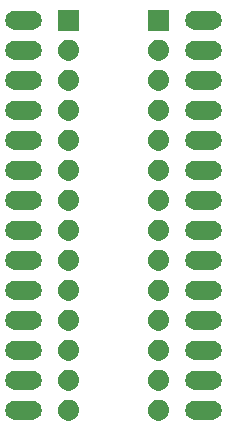
<source format=gbs>
G04 #@! TF.GenerationSoftware,KiCad,Pcbnew,8.0.8*
G04 #@! TF.CreationDate,2025-06-20T13:46:13-04:00*
G04 #@! TF.ProjectId,ZiffAdapter,5a696666-4164-4617-9074-65722e6b6963,rev?*
G04 #@! TF.SameCoordinates,Original*
G04 #@! TF.FileFunction,Soldermask,Bot*
G04 #@! TF.FilePolarity,Negative*
%FSLAX46Y46*%
G04 Gerber Fmt 4.6, Leading zero omitted, Abs format (unit mm)*
G04 Created by KiCad (PCBNEW 8.0.8) date 2025-06-20 13:46:13*
%MOMM*%
%LPD*%
G01*
G04 APERTURE LIST*
G04 APERTURE END LIST*
G36*
X101874407Y-32175462D02*
G01*
X102044000Y-32250969D01*
X102194188Y-32360087D01*
X102318407Y-32498047D01*
X102411228Y-32658818D01*
X102468595Y-32835374D01*
X102488000Y-33020000D01*
X102468595Y-33204626D01*
X102411228Y-33381182D01*
X102318407Y-33541953D01*
X102194188Y-33679913D01*
X102044000Y-33789031D01*
X101874407Y-33864538D01*
X101692821Y-33903135D01*
X101507179Y-33903135D01*
X101325593Y-33864538D01*
X101156000Y-33789031D01*
X101005812Y-33679913D01*
X100881593Y-33541953D01*
X100788772Y-33381182D01*
X100731405Y-33204626D01*
X100712000Y-33020000D01*
X100731405Y-32835374D01*
X100788772Y-32658818D01*
X100881593Y-32498047D01*
X101005812Y-32360087D01*
X101156000Y-32250969D01*
X101325593Y-32175462D01*
X101507179Y-32136865D01*
X101692821Y-32136865D01*
X101874407Y-32175462D01*
G37*
G36*
X109494407Y-32175462D02*
G01*
X109664000Y-32250969D01*
X109814188Y-32360087D01*
X109938407Y-32498047D01*
X110031228Y-32658818D01*
X110088595Y-32835374D01*
X110108000Y-33020000D01*
X110088595Y-33204626D01*
X110031228Y-33381182D01*
X109938407Y-33541953D01*
X109814188Y-33679913D01*
X109664000Y-33789031D01*
X109494407Y-33864538D01*
X109312821Y-33903135D01*
X109127179Y-33903135D01*
X108945593Y-33864538D01*
X108776000Y-33789031D01*
X108625812Y-33679913D01*
X108501593Y-33541953D01*
X108408772Y-33381182D01*
X108351405Y-33204626D01*
X108332000Y-33020000D01*
X108351405Y-32835374D01*
X108408772Y-32658818D01*
X108501593Y-32498047D01*
X108625812Y-32360087D01*
X108776000Y-32250969D01*
X108945593Y-32175462D01*
X109127179Y-32136865D01*
X109312821Y-32136865D01*
X109494407Y-32175462D01*
G37*
G36*
X98617238Y-32235794D02*
G01*
X98768744Y-32265931D01*
X98911461Y-32325046D01*
X99039902Y-32410868D01*
X99149132Y-32520098D01*
X99234954Y-32648539D01*
X99294069Y-32791256D01*
X99324206Y-32942762D01*
X99324206Y-33097238D01*
X99294069Y-33248744D01*
X99234954Y-33391461D01*
X99149132Y-33519902D01*
X99039902Y-33629132D01*
X98911461Y-33714954D01*
X98768744Y-33774069D01*
X98617238Y-33804206D01*
X98540000Y-33808000D01*
X98538768Y-33808000D01*
X97041232Y-33808000D01*
X97040000Y-33808000D01*
X96962762Y-33804206D01*
X96811256Y-33774069D01*
X96668539Y-33714954D01*
X96540098Y-33629132D01*
X96430868Y-33519902D01*
X96345046Y-33391461D01*
X96285931Y-33248744D01*
X96255794Y-33097238D01*
X96255794Y-32942762D01*
X96285931Y-32791256D01*
X96345046Y-32648539D01*
X96430868Y-32520098D01*
X96540098Y-32410868D01*
X96668539Y-32325046D01*
X96811256Y-32265931D01*
X96962762Y-32235794D01*
X97040000Y-32232000D01*
X98540000Y-32232000D01*
X98617238Y-32235794D01*
G37*
G36*
X113857238Y-32235794D02*
G01*
X114008744Y-32265931D01*
X114151461Y-32325046D01*
X114279902Y-32410868D01*
X114389132Y-32520098D01*
X114474954Y-32648539D01*
X114534069Y-32791256D01*
X114564206Y-32942762D01*
X114564206Y-33097238D01*
X114534069Y-33248744D01*
X114474954Y-33391461D01*
X114389132Y-33519902D01*
X114279902Y-33629132D01*
X114151461Y-33714954D01*
X114008744Y-33774069D01*
X113857238Y-33804206D01*
X113780000Y-33808000D01*
X113778768Y-33808000D01*
X112281232Y-33808000D01*
X112280000Y-33808000D01*
X112202762Y-33804206D01*
X112051256Y-33774069D01*
X111908539Y-33714954D01*
X111780098Y-33629132D01*
X111670868Y-33519902D01*
X111585046Y-33391461D01*
X111525931Y-33248744D01*
X111495794Y-33097238D01*
X111495794Y-32942762D01*
X111525931Y-32791256D01*
X111585046Y-32648539D01*
X111670868Y-32520098D01*
X111780098Y-32410868D01*
X111908539Y-32325046D01*
X112051256Y-32265931D01*
X112202762Y-32235794D01*
X112280000Y-32232000D01*
X113780000Y-32232000D01*
X113857238Y-32235794D01*
G37*
G36*
X101874407Y-29635462D02*
G01*
X102044000Y-29710969D01*
X102194188Y-29820087D01*
X102318407Y-29958047D01*
X102411228Y-30118818D01*
X102468595Y-30295374D01*
X102488000Y-30480000D01*
X102468595Y-30664626D01*
X102411228Y-30841182D01*
X102318407Y-31001953D01*
X102194188Y-31139913D01*
X102044000Y-31249031D01*
X101874407Y-31324538D01*
X101692821Y-31363135D01*
X101507179Y-31363135D01*
X101325593Y-31324538D01*
X101156000Y-31249031D01*
X101005812Y-31139913D01*
X100881593Y-31001953D01*
X100788772Y-30841182D01*
X100731405Y-30664626D01*
X100712000Y-30480000D01*
X100731405Y-30295374D01*
X100788772Y-30118818D01*
X100881593Y-29958047D01*
X101005812Y-29820087D01*
X101156000Y-29710969D01*
X101325593Y-29635462D01*
X101507179Y-29596865D01*
X101692821Y-29596865D01*
X101874407Y-29635462D01*
G37*
G36*
X109494407Y-29635462D02*
G01*
X109664000Y-29710969D01*
X109814188Y-29820087D01*
X109938407Y-29958047D01*
X110031228Y-30118818D01*
X110088595Y-30295374D01*
X110108000Y-30480000D01*
X110088595Y-30664626D01*
X110031228Y-30841182D01*
X109938407Y-31001953D01*
X109814188Y-31139913D01*
X109664000Y-31249031D01*
X109494407Y-31324538D01*
X109312821Y-31363135D01*
X109127179Y-31363135D01*
X108945593Y-31324538D01*
X108776000Y-31249031D01*
X108625812Y-31139913D01*
X108501593Y-31001953D01*
X108408772Y-30841182D01*
X108351405Y-30664626D01*
X108332000Y-30480000D01*
X108351405Y-30295374D01*
X108408772Y-30118818D01*
X108501593Y-29958047D01*
X108625812Y-29820087D01*
X108776000Y-29710969D01*
X108945593Y-29635462D01*
X109127179Y-29596865D01*
X109312821Y-29596865D01*
X109494407Y-29635462D01*
G37*
G36*
X98617238Y-29695794D02*
G01*
X98768744Y-29725931D01*
X98911461Y-29785046D01*
X99039902Y-29870868D01*
X99149132Y-29980098D01*
X99234954Y-30108539D01*
X99294069Y-30251256D01*
X99324206Y-30402762D01*
X99324206Y-30557238D01*
X99294069Y-30708744D01*
X99234954Y-30851461D01*
X99149132Y-30979902D01*
X99039902Y-31089132D01*
X98911461Y-31174954D01*
X98768744Y-31234069D01*
X98617238Y-31264206D01*
X98540000Y-31268000D01*
X98538768Y-31268000D01*
X97041232Y-31268000D01*
X97040000Y-31268000D01*
X96962762Y-31264206D01*
X96811256Y-31234069D01*
X96668539Y-31174954D01*
X96540098Y-31089132D01*
X96430868Y-30979902D01*
X96345046Y-30851461D01*
X96285931Y-30708744D01*
X96255794Y-30557238D01*
X96255794Y-30402762D01*
X96285931Y-30251256D01*
X96345046Y-30108539D01*
X96430868Y-29980098D01*
X96540098Y-29870868D01*
X96668539Y-29785046D01*
X96811256Y-29725931D01*
X96962762Y-29695794D01*
X97040000Y-29692000D01*
X98540000Y-29692000D01*
X98617238Y-29695794D01*
G37*
G36*
X113857238Y-29695794D02*
G01*
X114008744Y-29725931D01*
X114151461Y-29785046D01*
X114279902Y-29870868D01*
X114389132Y-29980098D01*
X114474954Y-30108539D01*
X114534069Y-30251256D01*
X114564206Y-30402762D01*
X114564206Y-30557238D01*
X114534069Y-30708744D01*
X114474954Y-30851461D01*
X114389132Y-30979902D01*
X114279902Y-31089132D01*
X114151461Y-31174954D01*
X114008744Y-31234069D01*
X113857238Y-31264206D01*
X113780000Y-31268000D01*
X113778768Y-31268000D01*
X112281232Y-31268000D01*
X112280000Y-31268000D01*
X112202762Y-31264206D01*
X112051256Y-31234069D01*
X111908539Y-31174954D01*
X111780098Y-31089132D01*
X111670868Y-30979902D01*
X111585046Y-30851461D01*
X111525931Y-30708744D01*
X111495794Y-30557238D01*
X111495794Y-30402762D01*
X111525931Y-30251256D01*
X111585046Y-30108539D01*
X111670868Y-29980098D01*
X111780098Y-29870868D01*
X111908539Y-29785046D01*
X112051256Y-29725931D01*
X112202762Y-29695794D01*
X112280000Y-29692000D01*
X113780000Y-29692000D01*
X113857238Y-29695794D01*
G37*
G36*
X101874407Y-27095462D02*
G01*
X102044000Y-27170969D01*
X102194188Y-27280087D01*
X102318407Y-27418047D01*
X102411228Y-27578818D01*
X102468595Y-27755374D01*
X102488000Y-27940000D01*
X102468595Y-28124626D01*
X102411228Y-28301182D01*
X102318407Y-28461953D01*
X102194188Y-28599913D01*
X102044000Y-28709031D01*
X101874407Y-28784538D01*
X101692821Y-28823135D01*
X101507179Y-28823135D01*
X101325593Y-28784538D01*
X101156000Y-28709031D01*
X101005812Y-28599913D01*
X100881593Y-28461953D01*
X100788772Y-28301182D01*
X100731405Y-28124626D01*
X100712000Y-27940000D01*
X100731405Y-27755374D01*
X100788772Y-27578818D01*
X100881593Y-27418047D01*
X101005812Y-27280087D01*
X101156000Y-27170969D01*
X101325593Y-27095462D01*
X101507179Y-27056865D01*
X101692821Y-27056865D01*
X101874407Y-27095462D01*
G37*
G36*
X109494407Y-27095462D02*
G01*
X109664000Y-27170969D01*
X109814188Y-27280087D01*
X109938407Y-27418047D01*
X110031228Y-27578818D01*
X110088595Y-27755374D01*
X110108000Y-27940000D01*
X110088595Y-28124626D01*
X110031228Y-28301182D01*
X109938407Y-28461953D01*
X109814188Y-28599913D01*
X109664000Y-28709031D01*
X109494407Y-28784538D01*
X109312821Y-28823135D01*
X109127179Y-28823135D01*
X108945593Y-28784538D01*
X108776000Y-28709031D01*
X108625812Y-28599913D01*
X108501593Y-28461953D01*
X108408772Y-28301182D01*
X108351405Y-28124626D01*
X108332000Y-27940000D01*
X108351405Y-27755374D01*
X108408772Y-27578818D01*
X108501593Y-27418047D01*
X108625812Y-27280087D01*
X108776000Y-27170969D01*
X108945593Y-27095462D01*
X109127179Y-27056865D01*
X109312821Y-27056865D01*
X109494407Y-27095462D01*
G37*
G36*
X98617238Y-27155794D02*
G01*
X98768744Y-27185931D01*
X98911461Y-27245046D01*
X99039902Y-27330868D01*
X99149132Y-27440098D01*
X99234954Y-27568539D01*
X99294069Y-27711256D01*
X99324206Y-27862762D01*
X99324206Y-28017238D01*
X99294069Y-28168744D01*
X99234954Y-28311461D01*
X99149132Y-28439902D01*
X99039902Y-28549132D01*
X98911461Y-28634954D01*
X98768744Y-28694069D01*
X98617238Y-28724206D01*
X98540000Y-28728000D01*
X98538768Y-28728000D01*
X97041232Y-28728000D01*
X97040000Y-28728000D01*
X96962762Y-28724206D01*
X96811256Y-28694069D01*
X96668539Y-28634954D01*
X96540098Y-28549132D01*
X96430868Y-28439902D01*
X96345046Y-28311461D01*
X96285931Y-28168744D01*
X96255794Y-28017238D01*
X96255794Y-27862762D01*
X96285931Y-27711256D01*
X96345046Y-27568539D01*
X96430868Y-27440098D01*
X96540098Y-27330868D01*
X96668539Y-27245046D01*
X96811256Y-27185931D01*
X96962762Y-27155794D01*
X97040000Y-27152000D01*
X98540000Y-27152000D01*
X98617238Y-27155794D01*
G37*
G36*
X113857238Y-27155794D02*
G01*
X114008744Y-27185931D01*
X114151461Y-27245046D01*
X114279902Y-27330868D01*
X114389132Y-27440098D01*
X114474954Y-27568539D01*
X114534069Y-27711256D01*
X114564206Y-27862762D01*
X114564206Y-28017238D01*
X114534069Y-28168744D01*
X114474954Y-28311461D01*
X114389132Y-28439902D01*
X114279902Y-28549132D01*
X114151461Y-28634954D01*
X114008744Y-28694069D01*
X113857238Y-28724206D01*
X113780000Y-28728000D01*
X113778768Y-28728000D01*
X112281232Y-28728000D01*
X112280000Y-28728000D01*
X112202762Y-28724206D01*
X112051256Y-28694069D01*
X111908539Y-28634954D01*
X111780098Y-28549132D01*
X111670868Y-28439902D01*
X111585046Y-28311461D01*
X111525931Y-28168744D01*
X111495794Y-28017238D01*
X111495794Y-27862762D01*
X111525931Y-27711256D01*
X111585046Y-27568539D01*
X111670868Y-27440098D01*
X111780098Y-27330868D01*
X111908539Y-27245046D01*
X112051256Y-27185931D01*
X112202762Y-27155794D01*
X112280000Y-27152000D01*
X113780000Y-27152000D01*
X113857238Y-27155794D01*
G37*
G36*
X101874407Y-24555462D02*
G01*
X102044000Y-24630969D01*
X102194188Y-24740087D01*
X102318407Y-24878047D01*
X102411228Y-25038818D01*
X102468595Y-25215374D01*
X102488000Y-25400000D01*
X102468595Y-25584626D01*
X102411228Y-25761182D01*
X102318407Y-25921953D01*
X102194188Y-26059913D01*
X102044000Y-26169031D01*
X101874407Y-26244538D01*
X101692821Y-26283135D01*
X101507179Y-26283135D01*
X101325593Y-26244538D01*
X101156000Y-26169031D01*
X101005812Y-26059913D01*
X100881593Y-25921953D01*
X100788772Y-25761182D01*
X100731405Y-25584626D01*
X100712000Y-25400000D01*
X100731405Y-25215374D01*
X100788772Y-25038818D01*
X100881593Y-24878047D01*
X101005812Y-24740087D01*
X101156000Y-24630969D01*
X101325593Y-24555462D01*
X101507179Y-24516865D01*
X101692821Y-24516865D01*
X101874407Y-24555462D01*
G37*
G36*
X109494407Y-24555462D02*
G01*
X109664000Y-24630969D01*
X109814188Y-24740087D01*
X109938407Y-24878047D01*
X110031228Y-25038818D01*
X110088595Y-25215374D01*
X110108000Y-25400000D01*
X110088595Y-25584626D01*
X110031228Y-25761182D01*
X109938407Y-25921953D01*
X109814188Y-26059913D01*
X109664000Y-26169031D01*
X109494407Y-26244538D01*
X109312821Y-26283135D01*
X109127179Y-26283135D01*
X108945593Y-26244538D01*
X108776000Y-26169031D01*
X108625812Y-26059913D01*
X108501593Y-25921953D01*
X108408772Y-25761182D01*
X108351405Y-25584626D01*
X108332000Y-25400000D01*
X108351405Y-25215374D01*
X108408772Y-25038818D01*
X108501593Y-24878047D01*
X108625812Y-24740087D01*
X108776000Y-24630969D01*
X108945593Y-24555462D01*
X109127179Y-24516865D01*
X109312821Y-24516865D01*
X109494407Y-24555462D01*
G37*
G36*
X98617238Y-24615794D02*
G01*
X98768744Y-24645931D01*
X98911461Y-24705046D01*
X99039902Y-24790868D01*
X99149132Y-24900098D01*
X99234954Y-25028539D01*
X99294069Y-25171256D01*
X99324206Y-25322762D01*
X99324206Y-25477238D01*
X99294069Y-25628744D01*
X99234954Y-25771461D01*
X99149132Y-25899902D01*
X99039902Y-26009132D01*
X98911461Y-26094954D01*
X98768744Y-26154069D01*
X98617238Y-26184206D01*
X98540000Y-26188000D01*
X98538768Y-26188000D01*
X97041232Y-26188000D01*
X97040000Y-26188000D01*
X96962762Y-26184206D01*
X96811256Y-26154069D01*
X96668539Y-26094954D01*
X96540098Y-26009132D01*
X96430868Y-25899902D01*
X96345046Y-25771461D01*
X96285931Y-25628744D01*
X96255794Y-25477238D01*
X96255794Y-25322762D01*
X96285931Y-25171256D01*
X96345046Y-25028539D01*
X96430868Y-24900098D01*
X96540098Y-24790868D01*
X96668539Y-24705046D01*
X96811256Y-24645931D01*
X96962762Y-24615794D01*
X97040000Y-24612000D01*
X98540000Y-24612000D01*
X98617238Y-24615794D01*
G37*
G36*
X113857238Y-24615794D02*
G01*
X114008744Y-24645931D01*
X114151461Y-24705046D01*
X114279902Y-24790868D01*
X114389132Y-24900098D01*
X114474954Y-25028539D01*
X114534069Y-25171256D01*
X114564206Y-25322762D01*
X114564206Y-25477238D01*
X114534069Y-25628744D01*
X114474954Y-25771461D01*
X114389132Y-25899902D01*
X114279902Y-26009132D01*
X114151461Y-26094954D01*
X114008744Y-26154069D01*
X113857238Y-26184206D01*
X113780000Y-26188000D01*
X113778768Y-26188000D01*
X112281232Y-26188000D01*
X112280000Y-26188000D01*
X112202762Y-26184206D01*
X112051256Y-26154069D01*
X111908539Y-26094954D01*
X111780098Y-26009132D01*
X111670868Y-25899902D01*
X111585046Y-25771461D01*
X111525931Y-25628744D01*
X111495794Y-25477238D01*
X111495794Y-25322762D01*
X111525931Y-25171256D01*
X111585046Y-25028539D01*
X111670868Y-24900098D01*
X111780098Y-24790868D01*
X111908539Y-24705046D01*
X112051256Y-24645931D01*
X112202762Y-24615794D01*
X112280000Y-24612000D01*
X113780000Y-24612000D01*
X113857238Y-24615794D01*
G37*
G36*
X101874407Y-22015462D02*
G01*
X102044000Y-22090969D01*
X102194188Y-22200087D01*
X102318407Y-22338047D01*
X102411228Y-22498818D01*
X102468595Y-22675374D01*
X102488000Y-22860000D01*
X102468595Y-23044626D01*
X102411228Y-23221182D01*
X102318407Y-23381953D01*
X102194188Y-23519913D01*
X102044000Y-23629031D01*
X101874407Y-23704538D01*
X101692821Y-23743135D01*
X101507179Y-23743135D01*
X101325593Y-23704538D01*
X101156000Y-23629031D01*
X101005812Y-23519913D01*
X100881593Y-23381953D01*
X100788772Y-23221182D01*
X100731405Y-23044626D01*
X100712000Y-22860000D01*
X100731405Y-22675374D01*
X100788772Y-22498818D01*
X100881593Y-22338047D01*
X101005812Y-22200087D01*
X101156000Y-22090969D01*
X101325593Y-22015462D01*
X101507179Y-21976865D01*
X101692821Y-21976865D01*
X101874407Y-22015462D01*
G37*
G36*
X109494407Y-22015462D02*
G01*
X109664000Y-22090969D01*
X109814188Y-22200087D01*
X109938407Y-22338047D01*
X110031228Y-22498818D01*
X110088595Y-22675374D01*
X110108000Y-22860000D01*
X110088595Y-23044626D01*
X110031228Y-23221182D01*
X109938407Y-23381953D01*
X109814188Y-23519913D01*
X109664000Y-23629031D01*
X109494407Y-23704538D01*
X109312821Y-23743135D01*
X109127179Y-23743135D01*
X108945593Y-23704538D01*
X108776000Y-23629031D01*
X108625812Y-23519913D01*
X108501593Y-23381953D01*
X108408772Y-23221182D01*
X108351405Y-23044626D01*
X108332000Y-22860000D01*
X108351405Y-22675374D01*
X108408772Y-22498818D01*
X108501593Y-22338047D01*
X108625812Y-22200087D01*
X108776000Y-22090969D01*
X108945593Y-22015462D01*
X109127179Y-21976865D01*
X109312821Y-21976865D01*
X109494407Y-22015462D01*
G37*
G36*
X98617238Y-22075794D02*
G01*
X98768744Y-22105931D01*
X98911461Y-22165046D01*
X99039902Y-22250868D01*
X99149132Y-22360098D01*
X99234954Y-22488539D01*
X99294069Y-22631256D01*
X99324206Y-22782762D01*
X99324206Y-22937238D01*
X99294069Y-23088744D01*
X99234954Y-23231461D01*
X99149132Y-23359902D01*
X99039902Y-23469132D01*
X98911461Y-23554954D01*
X98768744Y-23614069D01*
X98617238Y-23644206D01*
X98540000Y-23648000D01*
X98538768Y-23648000D01*
X97041232Y-23648000D01*
X97040000Y-23648000D01*
X96962762Y-23644206D01*
X96811256Y-23614069D01*
X96668539Y-23554954D01*
X96540098Y-23469132D01*
X96430868Y-23359902D01*
X96345046Y-23231461D01*
X96285931Y-23088744D01*
X96255794Y-22937238D01*
X96255794Y-22782762D01*
X96285931Y-22631256D01*
X96345046Y-22488539D01*
X96430868Y-22360098D01*
X96540098Y-22250868D01*
X96668539Y-22165046D01*
X96811256Y-22105931D01*
X96962762Y-22075794D01*
X97040000Y-22072000D01*
X98540000Y-22072000D01*
X98617238Y-22075794D01*
G37*
G36*
X113857238Y-22075794D02*
G01*
X114008744Y-22105931D01*
X114151461Y-22165046D01*
X114279902Y-22250868D01*
X114389132Y-22360098D01*
X114474954Y-22488539D01*
X114534069Y-22631256D01*
X114564206Y-22782762D01*
X114564206Y-22937238D01*
X114534069Y-23088744D01*
X114474954Y-23231461D01*
X114389132Y-23359902D01*
X114279902Y-23469132D01*
X114151461Y-23554954D01*
X114008744Y-23614069D01*
X113857238Y-23644206D01*
X113780000Y-23648000D01*
X113778768Y-23648000D01*
X112281232Y-23648000D01*
X112280000Y-23648000D01*
X112202762Y-23644206D01*
X112051256Y-23614069D01*
X111908539Y-23554954D01*
X111780098Y-23469132D01*
X111670868Y-23359902D01*
X111585046Y-23231461D01*
X111525931Y-23088744D01*
X111495794Y-22937238D01*
X111495794Y-22782762D01*
X111525931Y-22631256D01*
X111585046Y-22488539D01*
X111670868Y-22360098D01*
X111780098Y-22250868D01*
X111908539Y-22165046D01*
X112051256Y-22105931D01*
X112202762Y-22075794D01*
X112280000Y-22072000D01*
X113780000Y-22072000D01*
X113857238Y-22075794D01*
G37*
G36*
X101874407Y-19475462D02*
G01*
X102044000Y-19550969D01*
X102194188Y-19660087D01*
X102318407Y-19798047D01*
X102411228Y-19958818D01*
X102468595Y-20135374D01*
X102488000Y-20320000D01*
X102468595Y-20504626D01*
X102411228Y-20681182D01*
X102318407Y-20841953D01*
X102194188Y-20979913D01*
X102044000Y-21089031D01*
X101874407Y-21164538D01*
X101692821Y-21203135D01*
X101507179Y-21203135D01*
X101325593Y-21164538D01*
X101156000Y-21089031D01*
X101005812Y-20979913D01*
X100881593Y-20841953D01*
X100788772Y-20681182D01*
X100731405Y-20504626D01*
X100712000Y-20320000D01*
X100731405Y-20135374D01*
X100788772Y-19958818D01*
X100881593Y-19798047D01*
X101005812Y-19660087D01*
X101156000Y-19550969D01*
X101325593Y-19475462D01*
X101507179Y-19436865D01*
X101692821Y-19436865D01*
X101874407Y-19475462D01*
G37*
G36*
X109494407Y-19475462D02*
G01*
X109664000Y-19550969D01*
X109814188Y-19660087D01*
X109938407Y-19798047D01*
X110031228Y-19958818D01*
X110088595Y-20135374D01*
X110108000Y-20320000D01*
X110088595Y-20504626D01*
X110031228Y-20681182D01*
X109938407Y-20841953D01*
X109814188Y-20979913D01*
X109664000Y-21089031D01*
X109494407Y-21164538D01*
X109312821Y-21203135D01*
X109127179Y-21203135D01*
X108945593Y-21164538D01*
X108776000Y-21089031D01*
X108625812Y-20979913D01*
X108501593Y-20841953D01*
X108408772Y-20681182D01*
X108351405Y-20504626D01*
X108332000Y-20320000D01*
X108351405Y-20135374D01*
X108408772Y-19958818D01*
X108501593Y-19798047D01*
X108625812Y-19660087D01*
X108776000Y-19550969D01*
X108945593Y-19475462D01*
X109127179Y-19436865D01*
X109312821Y-19436865D01*
X109494407Y-19475462D01*
G37*
G36*
X98617238Y-19535794D02*
G01*
X98768744Y-19565931D01*
X98911461Y-19625046D01*
X99039902Y-19710868D01*
X99149132Y-19820098D01*
X99234954Y-19948539D01*
X99294069Y-20091256D01*
X99324206Y-20242762D01*
X99324206Y-20397238D01*
X99294069Y-20548744D01*
X99234954Y-20691461D01*
X99149132Y-20819902D01*
X99039902Y-20929132D01*
X98911461Y-21014954D01*
X98768744Y-21074069D01*
X98617238Y-21104206D01*
X98540000Y-21108000D01*
X98538768Y-21108000D01*
X97041232Y-21108000D01*
X97040000Y-21108000D01*
X96962762Y-21104206D01*
X96811256Y-21074069D01*
X96668539Y-21014954D01*
X96540098Y-20929132D01*
X96430868Y-20819902D01*
X96345046Y-20691461D01*
X96285931Y-20548744D01*
X96255794Y-20397238D01*
X96255794Y-20242762D01*
X96285931Y-20091256D01*
X96345046Y-19948539D01*
X96430868Y-19820098D01*
X96540098Y-19710868D01*
X96668539Y-19625046D01*
X96811256Y-19565931D01*
X96962762Y-19535794D01*
X97040000Y-19532000D01*
X98540000Y-19532000D01*
X98617238Y-19535794D01*
G37*
G36*
X113857238Y-19535794D02*
G01*
X114008744Y-19565931D01*
X114151461Y-19625046D01*
X114279902Y-19710868D01*
X114389132Y-19820098D01*
X114474954Y-19948539D01*
X114534069Y-20091256D01*
X114564206Y-20242762D01*
X114564206Y-20397238D01*
X114534069Y-20548744D01*
X114474954Y-20691461D01*
X114389132Y-20819902D01*
X114279902Y-20929132D01*
X114151461Y-21014954D01*
X114008744Y-21074069D01*
X113857238Y-21104206D01*
X113780000Y-21108000D01*
X113778768Y-21108000D01*
X112281232Y-21108000D01*
X112280000Y-21108000D01*
X112202762Y-21104206D01*
X112051256Y-21074069D01*
X111908539Y-21014954D01*
X111780098Y-20929132D01*
X111670868Y-20819902D01*
X111585046Y-20691461D01*
X111525931Y-20548744D01*
X111495794Y-20397238D01*
X111495794Y-20242762D01*
X111525931Y-20091256D01*
X111585046Y-19948539D01*
X111670868Y-19820098D01*
X111780098Y-19710868D01*
X111908539Y-19625046D01*
X112051256Y-19565931D01*
X112202762Y-19535794D01*
X112280000Y-19532000D01*
X113780000Y-19532000D01*
X113857238Y-19535794D01*
G37*
G36*
X101874407Y-16935462D02*
G01*
X102044000Y-17010969D01*
X102194188Y-17120087D01*
X102318407Y-17258047D01*
X102411228Y-17418818D01*
X102468595Y-17595374D01*
X102488000Y-17780000D01*
X102468595Y-17964626D01*
X102411228Y-18141182D01*
X102318407Y-18301953D01*
X102194188Y-18439913D01*
X102044000Y-18549031D01*
X101874407Y-18624538D01*
X101692821Y-18663135D01*
X101507179Y-18663135D01*
X101325593Y-18624538D01*
X101156000Y-18549031D01*
X101005812Y-18439913D01*
X100881593Y-18301953D01*
X100788772Y-18141182D01*
X100731405Y-17964626D01*
X100712000Y-17780000D01*
X100731405Y-17595374D01*
X100788772Y-17418818D01*
X100881593Y-17258047D01*
X101005812Y-17120087D01*
X101156000Y-17010969D01*
X101325593Y-16935462D01*
X101507179Y-16896865D01*
X101692821Y-16896865D01*
X101874407Y-16935462D01*
G37*
G36*
X109494407Y-16935462D02*
G01*
X109664000Y-17010969D01*
X109814188Y-17120087D01*
X109938407Y-17258047D01*
X110031228Y-17418818D01*
X110088595Y-17595374D01*
X110108000Y-17780000D01*
X110088595Y-17964626D01*
X110031228Y-18141182D01*
X109938407Y-18301953D01*
X109814188Y-18439913D01*
X109664000Y-18549031D01*
X109494407Y-18624538D01*
X109312821Y-18663135D01*
X109127179Y-18663135D01*
X108945593Y-18624538D01*
X108776000Y-18549031D01*
X108625812Y-18439913D01*
X108501593Y-18301953D01*
X108408772Y-18141182D01*
X108351405Y-17964626D01*
X108332000Y-17780000D01*
X108351405Y-17595374D01*
X108408772Y-17418818D01*
X108501593Y-17258047D01*
X108625812Y-17120087D01*
X108776000Y-17010969D01*
X108945593Y-16935462D01*
X109127179Y-16896865D01*
X109312821Y-16896865D01*
X109494407Y-16935462D01*
G37*
G36*
X98617238Y-16995794D02*
G01*
X98768744Y-17025931D01*
X98911461Y-17085046D01*
X99039902Y-17170868D01*
X99149132Y-17280098D01*
X99234954Y-17408539D01*
X99294069Y-17551256D01*
X99324206Y-17702762D01*
X99324206Y-17857238D01*
X99294069Y-18008744D01*
X99234954Y-18151461D01*
X99149132Y-18279902D01*
X99039902Y-18389132D01*
X98911461Y-18474954D01*
X98768744Y-18534069D01*
X98617238Y-18564206D01*
X98540000Y-18568000D01*
X98538768Y-18568000D01*
X97041232Y-18568000D01*
X97040000Y-18568000D01*
X96962762Y-18564206D01*
X96811256Y-18534069D01*
X96668539Y-18474954D01*
X96540098Y-18389132D01*
X96430868Y-18279902D01*
X96345046Y-18151461D01*
X96285931Y-18008744D01*
X96255794Y-17857238D01*
X96255794Y-17702762D01*
X96285931Y-17551256D01*
X96345046Y-17408539D01*
X96430868Y-17280098D01*
X96540098Y-17170868D01*
X96668539Y-17085046D01*
X96811256Y-17025931D01*
X96962762Y-16995794D01*
X97040000Y-16992000D01*
X98540000Y-16992000D01*
X98617238Y-16995794D01*
G37*
G36*
X113857238Y-16995794D02*
G01*
X114008744Y-17025931D01*
X114151461Y-17085046D01*
X114279902Y-17170868D01*
X114389132Y-17280098D01*
X114474954Y-17408539D01*
X114534069Y-17551256D01*
X114564206Y-17702762D01*
X114564206Y-17857238D01*
X114534069Y-18008744D01*
X114474954Y-18151461D01*
X114389132Y-18279902D01*
X114279902Y-18389132D01*
X114151461Y-18474954D01*
X114008744Y-18534069D01*
X113857238Y-18564206D01*
X113780000Y-18568000D01*
X113778768Y-18568000D01*
X112281232Y-18568000D01*
X112280000Y-18568000D01*
X112202762Y-18564206D01*
X112051256Y-18534069D01*
X111908539Y-18474954D01*
X111780098Y-18389132D01*
X111670868Y-18279902D01*
X111585046Y-18151461D01*
X111525931Y-18008744D01*
X111495794Y-17857238D01*
X111495794Y-17702762D01*
X111525931Y-17551256D01*
X111585046Y-17408539D01*
X111670868Y-17280098D01*
X111780098Y-17170868D01*
X111908539Y-17085046D01*
X112051256Y-17025931D01*
X112202762Y-16995794D01*
X112280000Y-16992000D01*
X113780000Y-16992000D01*
X113857238Y-16995794D01*
G37*
G36*
X101874407Y-14395462D02*
G01*
X102044000Y-14470969D01*
X102194188Y-14580087D01*
X102318407Y-14718047D01*
X102411228Y-14878818D01*
X102468595Y-15055374D01*
X102488000Y-15240000D01*
X102468595Y-15424626D01*
X102411228Y-15601182D01*
X102318407Y-15761953D01*
X102194188Y-15899913D01*
X102044000Y-16009031D01*
X101874407Y-16084538D01*
X101692821Y-16123135D01*
X101507179Y-16123135D01*
X101325593Y-16084538D01*
X101156000Y-16009031D01*
X101005812Y-15899913D01*
X100881593Y-15761953D01*
X100788772Y-15601182D01*
X100731405Y-15424626D01*
X100712000Y-15240000D01*
X100731405Y-15055374D01*
X100788772Y-14878818D01*
X100881593Y-14718047D01*
X101005812Y-14580087D01*
X101156000Y-14470969D01*
X101325593Y-14395462D01*
X101507179Y-14356865D01*
X101692821Y-14356865D01*
X101874407Y-14395462D01*
G37*
G36*
X109494407Y-14395462D02*
G01*
X109664000Y-14470969D01*
X109814188Y-14580087D01*
X109938407Y-14718047D01*
X110031228Y-14878818D01*
X110088595Y-15055374D01*
X110108000Y-15240000D01*
X110088595Y-15424626D01*
X110031228Y-15601182D01*
X109938407Y-15761953D01*
X109814188Y-15899913D01*
X109664000Y-16009031D01*
X109494407Y-16084538D01*
X109312821Y-16123135D01*
X109127179Y-16123135D01*
X108945593Y-16084538D01*
X108776000Y-16009031D01*
X108625812Y-15899913D01*
X108501593Y-15761953D01*
X108408772Y-15601182D01*
X108351405Y-15424626D01*
X108332000Y-15240000D01*
X108351405Y-15055374D01*
X108408772Y-14878818D01*
X108501593Y-14718047D01*
X108625812Y-14580087D01*
X108776000Y-14470969D01*
X108945593Y-14395462D01*
X109127179Y-14356865D01*
X109312821Y-14356865D01*
X109494407Y-14395462D01*
G37*
G36*
X98617238Y-14455794D02*
G01*
X98768744Y-14485931D01*
X98911461Y-14545046D01*
X99039902Y-14630868D01*
X99149132Y-14740098D01*
X99234954Y-14868539D01*
X99294069Y-15011256D01*
X99324206Y-15162762D01*
X99324206Y-15317238D01*
X99294069Y-15468744D01*
X99234954Y-15611461D01*
X99149132Y-15739902D01*
X99039902Y-15849132D01*
X98911461Y-15934954D01*
X98768744Y-15994069D01*
X98617238Y-16024206D01*
X98540000Y-16028000D01*
X98538768Y-16028000D01*
X97041232Y-16028000D01*
X97040000Y-16028000D01*
X96962762Y-16024206D01*
X96811256Y-15994069D01*
X96668539Y-15934954D01*
X96540098Y-15849132D01*
X96430868Y-15739902D01*
X96345046Y-15611461D01*
X96285931Y-15468744D01*
X96255794Y-15317238D01*
X96255794Y-15162762D01*
X96285931Y-15011256D01*
X96345046Y-14868539D01*
X96430868Y-14740098D01*
X96540098Y-14630868D01*
X96668539Y-14545046D01*
X96811256Y-14485931D01*
X96962762Y-14455794D01*
X97040000Y-14452000D01*
X98540000Y-14452000D01*
X98617238Y-14455794D01*
G37*
G36*
X113857238Y-14455794D02*
G01*
X114008744Y-14485931D01*
X114151461Y-14545046D01*
X114279902Y-14630868D01*
X114389132Y-14740098D01*
X114474954Y-14868539D01*
X114534069Y-15011256D01*
X114564206Y-15162762D01*
X114564206Y-15317238D01*
X114534069Y-15468744D01*
X114474954Y-15611461D01*
X114389132Y-15739902D01*
X114279902Y-15849132D01*
X114151461Y-15934954D01*
X114008744Y-15994069D01*
X113857238Y-16024206D01*
X113780000Y-16028000D01*
X113778768Y-16028000D01*
X112281232Y-16028000D01*
X112280000Y-16028000D01*
X112202762Y-16024206D01*
X112051256Y-15994069D01*
X111908539Y-15934954D01*
X111780098Y-15849132D01*
X111670868Y-15739902D01*
X111585046Y-15611461D01*
X111525931Y-15468744D01*
X111495794Y-15317238D01*
X111495794Y-15162762D01*
X111525931Y-15011256D01*
X111585046Y-14868539D01*
X111670868Y-14740098D01*
X111780098Y-14630868D01*
X111908539Y-14545046D01*
X112051256Y-14485931D01*
X112202762Y-14455794D01*
X112280000Y-14452000D01*
X113780000Y-14452000D01*
X113857238Y-14455794D01*
G37*
G36*
X101874407Y-11855462D02*
G01*
X102044000Y-11930969D01*
X102194188Y-12040087D01*
X102318407Y-12178047D01*
X102411228Y-12338818D01*
X102468595Y-12515374D01*
X102488000Y-12700000D01*
X102468595Y-12884626D01*
X102411228Y-13061182D01*
X102318407Y-13221953D01*
X102194188Y-13359913D01*
X102044000Y-13469031D01*
X101874407Y-13544538D01*
X101692821Y-13583135D01*
X101507179Y-13583135D01*
X101325593Y-13544538D01*
X101156000Y-13469031D01*
X101005812Y-13359913D01*
X100881593Y-13221953D01*
X100788772Y-13061182D01*
X100731405Y-12884626D01*
X100712000Y-12700000D01*
X100731405Y-12515374D01*
X100788772Y-12338818D01*
X100881593Y-12178047D01*
X101005812Y-12040087D01*
X101156000Y-11930969D01*
X101325593Y-11855462D01*
X101507179Y-11816865D01*
X101692821Y-11816865D01*
X101874407Y-11855462D01*
G37*
G36*
X109494407Y-11855462D02*
G01*
X109664000Y-11930969D01*
X109814188Y-12040087D01*
X109938407Y-12178047D01*
X110031228Y-12338818D01*
X110088595Y-12515374D01*
X110108000Y-12700000D01*
X110088595Y-12884626D01*
X110031228Y-13061182D01*
X109938407Y-13221953D01*
X109814188Y-13359913D01*
X109664000Y-13469031D01*
X109494407Y-13544538D01*
X109312821Y-13583135D01*
X109127179Y-13583135D01*
X108945593Y-13544538D01*
X108776000Y-13469031D01*
X108625812Y-13359913D01*
X108501593Y-13221953D01*
X108408772Y-13061182D01*
X108351405Y-12884626D01*
X108332000Y-12700000D01*
X108351405Y-12515374D01*
X108408772Y-12338818D01*
X108501593Y-12178047D01*
X108625812Y-12040087D01*
X108776000Y-11930969D01*
X108945593Y-11855462D01*
X109127179Y-11816865D01*
X109312821Y-11816865D01*
X109494407Y-11855462D01*
G37*
G36*
X98617238Y-11915794D02*
G01*
X98768744Y-11945931D01*
X98911461Y-12005046D01*
X99039902Y-12090868D01*
X99149132Y-12200098D01*
X99234954Y-12328539D01*
X99294069Y-12471256D01*
X99324206Y-12622762D01*
X99324206Y-12777238D01*
X99294069Y-12928744D01*
X99234954Y-13071461D01*
X99149132Y-13199902D01*
X99039902Y-13309132D01*
X98911461Y-13394954D01*
X98768744Y-13454069D01*
X98617238Y-13484206D01*
X98540000Y-13488000D01*
X98538768Y-13488000D01*
X97041232Y-13488000D01*
X97040000Y-13488000D01*
X96962762Y-13484206D01*
X96811256Y-13454069D01*
X96668539Y-13394954D01*
X96540098Y-13309132D01*
X96430868Y-13199902D01*
X96345046Y-13071461D01*
X96285931Y-12928744D01*
X96255794Y-12777238D01*
X96255794Y-12622762D01*
X96285931Y-12471256D01*
X96345046Y-12328539D01*
X96430868Y-12200098D01*
X96540098Y-12090868D01*
X96668539Y-12005046D01*
X96811256Y-11945931D01*
X96962762Y-11915794D01*
X97040000Y-11912000D01*
X98540000Y-11912000D01*
X98617238Y-11915794D01*
G37*
G36*
X113857238Y-11915794D02*
G01*
X114008744Y-11945931D01*
X114151461Y-12005046D01*
X114279902Y-12090868D01*
X114389132Y-12200098D01*
X114474954Y-12328539D01*
X114534069Y-12471256D01*
X114564206Y-12622762D01*
X114564206Y-12777238D01*
X114534069Y-12928744D01*
X114474954Y-13071461D01*
X114389132Y-13199902D01*
X114279902Y-13309132D01*
X114151461Y-13394954D01*
X114008744Y-13454069D01*
X113857238Y-13484206D01*
X113780000Y-13488000D01*
X113778768Y-13488000D01*
X112281232Y-13488000D01*
X112280000Y-13488000D01*
X112202762Y-13484206D01*
X112051256Y-13454069D01*
X111908539Y-13394954D01*
X111780098Y-13309132D01*
X111670868Y-13199902D01*
X111585046Y-13071461D01*
X111525931Y-12928744D01*
X111495794Y-12777238D01*
X111495794Y-12622762D01*
X111525931Y-12471256D01*
X111585046Y-12328539D01*
X111670868Y-12200098D01*
X111780098Y-12090868D01*
X111908539Y-12005046D01*
X112051256Y-11945931D01*
X112202762Y-11915794D01*
X112280000Y-11912000D01*
X113780000Y-11912000D01*
X113857238Y-11915794D01*
G37*
G36*
X101874407Y-9315462D02*
G01*
X102044000Y-9390969D01*
X102194188Y-9500087D01*
X102318407Y-9638047D01*
X102411228Y-9798818D01*
X102468595Y-9975374D01*
X102488000Y-10160000D01*
X102468595Y-10344626D01*
X102411228Y-10521182D01*
X102318407Y-10681953D01*
X102194188Y-10819913D01*
X102044000Y-10929031D01*
X101874407Y-11004538D01*
X101692821Y-11043135D01*
X101507179Y-11043135D01*
X101325593Y-11004538D01*
X101156000Y-10929031D01*
X101005812Y-10819913D01*
X100881593Y-10681953D01*
X100788772Y-10521182D01*
X100731405Y-10344626D01*
X100712000Y-10160000D01*
X100731405Y-9975374D01*
X100788772Y-9798818D01*
X100881593Y-9638047D01*
X101005812Y-9500087D01*
X101156000Y-9390969D01*
X101325593Y-9315462D01*
X101507179Y-9276865D01*
X101692821Y-9276865D01*
X101874407Y-9315462D01*
G37*
G36*
X109494407Y-9315462D02*
G01*
X109664000Y-9390969D01*
X109814188Y-9500087D01*
X109938407Y-9638047D01*
X110031228Y-9798818D01*
X110088595Y-9975374D01*
X110108000Y-10160000D01*
X110088595Y-10344626D01*
X110031228Y-10521182D01*
X109938407Y-10681953D01*
X109814188Y-10819913D01*
X109664000Y-10929031D01*
X109494407Y-11004538D01*
X109312821Y-11043135D01*
X109127179Y-11043135D01*
X108945593Y-11004538D01*
X108776000Y-10929031D01*
X108625812Y-10819913D01*
X108501593Y-10681953D01*
X108408772Y-10521182D01*
X108351405Y-10344626D01*
X108332000Y-10160000D01*
X108351405Y-9975374D01*
X108408772Y-9798818D01*
X108501593Y-9638047D01*
X108625812Y-9500087D01*
X108776000Y-9390969D01*
X108945593Y-9315462D01*
X109127179Y-9276865D01*
X109312821Y-9276865D01*
X109494407Y-9315462D01*
G37*
G36*
X98617238Y-9375794D02*
G01*
X98768744Y-9405931D01*
X98911461Y-9465046D01*
X99039902Y-9550868D01*
X99149132Y-9660098D01*
X99234954Y-9788539D01*
X99294069Y-9931256D01*
X99324206Y-10082762D01*
X99324206Y-10237238D01*
X99294069Y-10388744D01*
X99234954Y-10531461D01*
X99149132Y-10659902D01*
X99039902Y-10769132D01*
X98911461Y-10854954D01*
X98768744Y-10914069D01*
X98617238Y-10944206D01*
X98540000Y-10948000D01*
X98538768Y-10948000D01*
X97041232Y-10948000D01*
X97040000Y-10948000D01*
X96962762Y-10944206D01*
X96811256Y-10914069D01*
X96668539Y-10854954D01*
X96540098Y-10769132D01*
X96430868Y-10659902D01*
X96345046Y-10531461D01*
X96285931Y-10388744D01*
X96255794Y-10237238D01*
X96255794Y-10082762D01*
X96285931Y-9931256D01*
X96345046Y-9788539D01*
X96430868Y-9660098D01*
X96540098Y-9550868D01*
X96668539Y-9465046D01*
X96811256Y-9405931D01*
X96962762Y-9375794D01*
X97040000Y-9372000D01*
X98540000Y-9372000D01*
X98617238Y-9375794D01*
G37*
G36*
X113857238Y-9375794D02*
G01*
X114008744Y-9405931D01*
X114151461Y-9465046D01*
X114279902Y-9550868D01*
X114389132Y-9660098D01*
X114474954Y-9788539D01*
X114534069Y-9931256D01*
X114564206Y-10082762D01*
X114564206Y-10237238D01*
X114534069Y-10388744D01*
X114474954Y-10531461D01*
X114389132Y-10659902D01*
X114279902Y-10769132D01*
X114151461Y-10854954D01*
X114008744Y-10914069D01*
X113857238Y-10944206D01*
X113780000Y-10948000D01*
X113778768Y-10948000D01*
X112281232Y-10948000D01*
X112280000Y-10948000D01*
X112202762Y-10944206D01*
X112051256Y-10914069D01*
X111908539Y-10854954D01*
X111780098Y-10769132D01*
X111670868Y-10659902D01*
X111585046Y-10531461D01*
X111525931Y-10388744D01*
X111495794Y-10237238D01*
X111495794Y-10082762D01*
X111525931Y-9931256D01*
X111585046Y-9788539D01*
X111670868Y-9660098D01*
X111780098Y-9550868D01*
X111908539Y-9465046D01*
X112051256Y-9405931D01*
X112202762Y-9375794D01*
X112280000Y-9372000D01*
X113780000Y-9372000D01*
X113857238Y-9375794D01*
G37*
G36*
X101874407Y-6775462D02*
G01*
X102044000Y-6850969D01*
X102194188Y-6960087D01*
X102318407Y-7098047D01*
X102411228Y-7258818D01*
X102468595Y-7435374D01*
X102488000Y-7620000D01*
X102468595Y-7804626D01*
X102411228Y-7981182D01*
X102318407Y-8141953D01*
X102194188Y-8279913D01*
X102044000Y-8389031D01*
X101874407Y-8464538D01*
X101692821Y-8503135D01*
X101507179Y-8503135D01*
X101325593Y-8464538D01*
X101156000Y-8389031D01*
X101005812Y-8279913D01*
X100881593Y-8141953D01*
X100788772Y-7981182D01*
X100731405Y-7804626D01*
X100712000Y-7620000D01*
X100731405Y-7435374D01*
X100788772Y-7258818D01*
X100881593Y-7098047D01*
X101005812Y-6960087D01*
X101156000Y-6850969D01*
X101325593Y-6775462D01*
X101507179Y-6736865D01*
X101692821Y-6736865D01*
X101874407Y-6775462D01*
G37*
G36*
X109494407Y-6775462D02*
G01*
X109664000Y-6850969D01*
X109814188Y-6960087D01*
X109938407Y-7098047D01*
X110031228Y-7258818D01*
X110088595Y-7435374D01*
X110108000Y-7620000D01*
X110088595Y-7804626D01*
X110031228Y-7981182D01*
X109938407Y-8141953D01*
X109814188Y-8279913D01*
X109664000Y-8389031D01*
X109494407Y-8464538D01*
X109312821Y-8503135D01*
X109127179Y-8503135D01*
X108945593Y-8464538D01*
X108776000Y-8389031D01*
X108625812Y-8279913D01*
X108501593Y-8141953D01*
X108408772Y-7981182D01*
X108351405Y-7804626D01*
X108332000Y-7620000D01*
X108351405Y-7435374D01*
X108408772Y-7258818D01*
X108501593Y-7098047D01*
X108625812Y-6960087D01*
X108776000Y-6850969D01*
X108945593Y-6775462D01*
X109127179Y-6736865D01*
X109312821Y-6736865D01*
X109494407Y-6775462D01*
G37*
G36*
X98617238Y-6835794D02*
G01*
X98768744Y-6865931D01*
X98911461Y-6925046D01*
X99039902Y-7010868D01*
X99149132Y-7120098D01*
X99234954Y-7248539D01*
X99294069Y-7391256D01*
X99324206Y-7542762D01*
X99324206Y-7697238D01*
X99294069Y-7848744D01*
X99234954Y-7991461D01*
X99149132Y-8119902D01*
X99039902Y-8229132D01*
X98911461Y-8314954D01*
X98768744Y-8374069D01*
X98617238Y-8404206D01*
X98540000Y-8408000D01*
X98538768Y-8408000D01*
X97041232Y-8408000D01*
X97040000Y-8408000D01*
X96962762Y-8404206D01*
X96811256Y-8374069D01*
X96668539Y-8314954D01*
X96540098Y-8229132D01*
X96430868Y-8119902D01*
X96345046Y-7991461D01*
X96285931Y-7848744D01*
X96255794Y-7697238D01*
X96255794Y-7542762D01*
X96285931Y-7391256D01*
X96345046Y-7248539D01*
X96430868Y-7120098D01*
X96540098Y-7010868D01*
X96668539Y-6925046D01*
X96811256Y-6865931D01*
X96962762Y-6835794D01*
X97040000Y-6832000D01*
X98540000Y-6832000D01*
X98617238Y-6835794D01*
G37*
G36*
X113857238Y-6835794D02*
G01*
X114008744Y-6865931D01*
X114151461Y-6925046D01*
X114279902Y-7010868D01*
X114389132Y-7120098D01*
X114474954Y-7248539D01*
X114534069Y-7391256D01*
X114564206Y-7542762D01*
X114564206Y-7697238D01*
X114534069Y-7848744D01*
X114474954Y-7991461D01*
X114389132Y-8119902D01*
X114279902Y-8229132D01*
X114151461Y-8314954D01*
X114008744Y-8374069D01*
X113857238Y-8404206D01*
X113780000Y-8408000D01*
X113778768Y-8408000D01*
X112281232Y-8408000D01*
X112280000Y-8408000D01*
X112202762Y-8404206D01*
X112051256Y-8374069D01*
X111908539Y-8314954D01*
X111780098Y-8229132D01*
X111670868Y-8119902D01*
X111585046Y-7991461D01*
X111525931Y-7848744D01*
X111495794Y-7697238D01*
X111495794Y-7542762D01*
X111525931Y-7391256D01*
X111585046Y-7248539D01*
X111670868Y-7120098D01*
X111780098Y-7010868D01*
X111908539Y-6925046D01*
X112051256Y-6865931D01*
X112202762Y-6835794D01*
X112280000Y-6832000D01*
X113780000Y-6832000D01*
X113857238Y-6835794D01*
G37*
G36*
X101874407Y-4235462D02*
G01*
X102044000Y-4310969D01*
X102194188Y-4420087D01*
X102318407Y-4558047D01*
X102411228Y-4718818D01*
X102468595Y-4895374D01*
X102488000Y-5080000D01*
X102468595Y-5264626D01*
X102411228Y-5441182D01*
X102318407Y-5601953D01*
X102194188Y-5739913D01*
X102044000Y-5849031D01*
X101874407Y-5924538D01*
X101692821Y-5963135D01*
X101507179Y-5963135D01*
X101325593Y-5924538D01*
X101156000Y-5849031D01*
X101005812Y-5739913D01*
X100881593Y-5601953D01*
X100788772Y-5441182D01*
X100731405Y-5264626D01*
X100712000Y-5080000D01*
X100731405Y-4895374D01*
X100788772Y-4718818D01*
X100881593Y-4558047D01*
X101005812Y-4420087D01*
X101156000Y-4310969D01*
X101325593Y-4235462D01*
X101507179Y-4196865D01*
X101692821Y-4196865D01*
X101874407Y-4235462D01*
G37*
G36*
X109494407Y-4235462D02*
G01*
X109664000Y-4310969D01*
X109814188Y-4420087D01*
X109938407Y-4558047D01*
X110031228Y-4718818D01*
X110088595Y-4895374D01*
X110108000Y-5080000D01*
X110088595Y-5264626D01*
X110031228Y-5441182D01*
X109938407Y-5601953D01*
X109814188Y-5739913D01*
X109664000Y-5849031D01*
X109494407Y-5924538D01*
X109312821Y-5963135D01*
X109127179Y-5963135D01*
X108945593Y-5924538D01*
X108776000Y-5849031D01*
X108625812Y-5739913D01*
X108501593Y-5601953D01*
X108408772Y-5441182D01*
X108351405Y-5264626D01*
X108332000Y-5080000D01*
X108351405Y-4895374D01*
X108408772Y-4718818D01*
X108501593Y-4558047D01*
X108625812Y-4420087D01*
X108776000Y-4310969D01*
X108945593Y-4235462D01*
X109127179Y-4196865D01*
X109312821Y-4196865D01*
X109494407Y-4235462D01*
G37*
G36*
X98617238Y-4295794D02*
G01*
X98768744Y-4325931D01*
X98911461Y-4385046D01*
X99039902Y-4470868D01*
X99149132Y-4580098D01*
X99234954Y-4708539D01*
X99294069Y-4851256D01*
X99324206Y-5002762D01*
X99324206Y-5157238D01*
X99294069Y-5308744D01*
X99234954Y-5451461D01*
X99149132Y-5579902D01*
X99039902Y-5689132D01*
X98911461Y-5774954D01*
X98768744Y-5834069D01*
X98617238Y-5864206D01*
X98540000Y-5868000D01*
X98538768Y-5868000D01*
X97041232Y-5868000D01*
X97040000Y-5868000D01*
X96962762Y-5864206D01*
X96811256Y-5834069D01*
X96668539Y-5774954D01*
X96540098Y-5689132D01*
X96430868Y-5579902D01*
X96345046Y-5451461D01*
X96285931Y-5308744D01*
X96255794Y-5157238D01*
X96255794Y-5002762D01*
X96285931Y-4851256D01*
X96345046Y-4708539D01*
X96430868Y-4580098D01*
X96540098Y-4470868D01*
X96668539Y-4385046D01*
X96811256Y-4325931D01*
X96962762Y-4295794D01*
X97040000Y-4292000D01*
X98540000Y-4292000D01*
X98617238Y-4295794D01*
G37*
G36*
X113857238Y-4295794D02*
G01*
X114008744Y-4325931D01*
X114151461Y-4385046D01*
X114279902Y-4470868D01*
X114389132Y-4580098D01*
X114474954Y-4708539D01*
X114534069Y-4851256D01*
X114564206Y-5002762D01*
X114564206Y-5157238D01*
X114534069Y-5308744D01*
X114474954Y-5451461D01*
X114389132Y-5579902D01*
X114279902Y-5689132D01*
X114151461Y-5774954D01*
X114008744Y-5834069D01*
X113857238Y-5864206D01*
X113780000Y-5868000D01*
X113778768Y-5868000D01*
X112281232Y-5868000D01*
X112280000Y-5868000D01*
X112202762Y-5864206D01*
X112051256Y-5834069D01*
X111908539Y-5774954D01*
X111780098Y-5689132D01*
X111670868Y-5579902D01*
X111585046Y-5451461D01*
X111525931Y-5308744D01*
X111495794Y-5157238D01*
X111495794Y-5002762D01*
X111525931Y-4851256D01*
X111585046Y-4708539D01*
X111670868Y-4580098D01*
X111780098Y-4470868D01*
X111908539Y-4385046D01*
X112051256Y-4325931D01*
X112202762Y-4295794D01*
X112280000Y-4292000D01*
X113780000Y-4292000D01*
X113857238Y-4295794D01*
G37*
G36*
X101874407Y-1695462D02*
G01*
X102044000Y-1770969D01*
X102194188Y-1880087D01*
X102318407Y-2018047D01*
X102411228Y-2178818D01*
X102468595Y-2355374D01*
X102488000Y-2540000D01*
X102468595Y-2724626D01*
X102411228Y-2901182D01*
X102318407Y-3061953D01*
X102194188Y-3199913D01*
X102044000Y-3309031D01*
X101874407Y-3384538D01*
X101692821Y-3423135D01*
X101507179Y-3423135D01*
X101325593Y-3384538D01*
X101156000Y-3309031D01*
X101005812Y-3199913D01*
X100881593Y-3061953D01*
X100788772Y-2901182D01*
X100731405Y-2724626D01*
X100712000Y-2540000D01*
X100731405Y-2355374D01*
X100788772Y-2178818D01*
X100881593Y-2018047D01*
X101005812Y-1880087D01*
X101156000Y-1770969D01*
X101325593Y-1695462D01*
X101507179Y-1656865D01*
X101692821Y-1656865D01*
X101874407Y-1695462D01*
G37*
G36*
X109494407Y-1695462D02*
G01*
X109664000Y-1770969D01*
X109814188Y-1880087D01*
X109938407Y-2018047D01*
X110031228Y-2178818D01*
X110088595Y-2355374D01*
X110108000Y-2540000D01*
X110088595Y-2724626D01*
X110031228Y-2901182D01*
X109938407Y-3061953D01*
X109814188Y-3199913D01*
X109664000Y-3309031D01*
X109494407Y-3384538D01*
X109312821Y-3423135D01*
X109127179Y-3423135D01*
X108945593Y-3384538D01*
X108776000Y-3309031D01*
X108625812Y-3199913D01*
X108501593Y-3061953D01*
X108408772Y-2901182D01*
X108351405Y-2724626D01*
X108332000Y-2540000D01*
X108351405Y-2355374D01*
X108408772Y-2178818D01*
X108501593Y-2018047D01*
X108625812Y-1880087D01*
X108776000Y-1770969D01*
X108945593Y-1695462D01*
X109127179Y-1656865D01*
X109312821Y-1656865D01*
X109494407Y-1695462D01*
G37*
G36*
X98617238Y-1755794D02*
G01*
X98768744Y-1785931D01*
X98911461Y-1845046D01*
X99039902Y-1930868D01*
X99149132Y-2040098D01*
X99234954Y-2168539D01*
X99294069Y-2311256D01*
X99324206Y-2462762D01*
X99324206Y-2617238D01*
X99294069Y-2768744D01*
X99234954Y-2911461D01*
X99149132Y-3039902D01*
X99039902Y-3149132D01*
X98911461Y-3234954D01*
X98768744Y-3294069D01*
X98617238Y-3324206D01*
X98540000Y-3328000D01*
X98538768Y-3328000D01*
X97041232Y-3328000D01*
X97040000Y-3328000D01*
X96962762Y-3324206D01*
X96811256Y-3294069D01*
X96668539Y-3234954D01*
X96540098Y-3149132D01*
X96430868Y-3039902D01*
X96345046Y-2911461D01*
X96285931Y-2768744D01*
X96255794Y-2617238D01*
X96255794Y-2462762D01*
X96285931Y-2311256D01*
X96345046Y-2168539D01*
X96430868Y-2040098D01*
X96540098Y-1930868D01*
X96668539Y-1845046D01*
X96811256Y-1785931D01*
X96962762Y-1755794D01*
X97040000Y-1752000D01*
X98540000Y-1752000D01*
X98617238Y-1755794D01*
G37*
G36*
X113857238Y-1755794D02*
G01*
X114008744Y-1785931D01*
X114151461Y-1845046D01*
X114279902Y-1930868D01*
X114389132Y-2040098D01*
X114474954Y-2168539D01*
X114534069Y-2311256D01*
X114564206Y-2462762D01*
X114564206Y-2617238D01*
X114534069Y-2768744D01*
X114474954Y-2911461D01*
X114389132Y-3039902D01*
X114279902Y-3149132D01*
X114151461Y-3234954D01*
X114008744Y-3294069D01*
X113857238Y-3324206D01*
X113780000Y-3328000D01*
X113778768Y-3328000D01*
X112281232Y-3328000D01*
X112280000Y-3328000D01*
X112202762Y-3324206D01*
X112051256Y-3294069D01*
X111908539Y-3234954D01*
X111780098Y-3149132D01*
X111670868Y-3039902D01*
X111585046Y-2911461D01*
X111525931Y-2768744D01*
X111495794Y-2617238D01*
X111495794Y-2462762D01*
X111525931Y-2311256D01*
X111585046Y-2168539D01*
X111670868Y-2040098D01*
X111780098Y-1930868D01*
X111908539Y-1845046D01*
X112051256Y-1785931D01*
X112202762Y-1755794D01*
X112280000Y-1752000D01*
X113780000Y-1752000D01*
X113857238Y-1755794D01*
G37*
G36*
X102464542Y885107D02*
G01*
X102476870Y876870D01*
X102485107Y864542D01*
X102488000Y850000D01*
X102488000Y-850000D01*
X102485107Y-864542D01*
X102476870Y-876870D01*
X102464542Y-885107D01*
X102450000Y-888000D01*
X100750000Y-888000D01*
X100735458Y-885107D01*
X100723130Y-876870D01*
X100714893Y-864542D01*
X100712000Y-850000D01*
X100712000Y850000D01*
X100714893Y864542D01*
X100723130Y876870D01*
X100735458Y885107D01*
X100750000Y888000D01*
X102450000Y888000D01*
X102464542Y885107D01*
G37*
G36*
X110084542Y885107D02*
G01*
X110096870Y876870D01*
X110105107Y864542D01*
X110108000Y850000D01*
X110108000Y-850000D01*
X110105107Y-864542D01*
X110096870Y-876870D01*
X110084542Y-885107D01*
X110070000Y-888000D01*
X108370000Y-888000D01*
X108355458Y-885107D01*
X108343130Y-876870D01*
X108334893Y-864542D01*
X108332000Y-850000D01*
X108332000Y850000D01*
X108334893Y864542D01*
X108343130Y876870D01*
X108355458Y885107D01*
X108370000Y888000D01*
X110070000Y888000D01*
X110084542Y885107D01*
G37*
G36*
X98617238Y784206D02*
G01*
X98768744Y754069D01*
X98911461Y694954D01*
X99039902Y609132D01*
X99149132Y499902D01*
X99234954Y371461D01*
X99294069Y228744D01*
X99324206Y77238D01*
X99324206Y-77238D01*
X99294069Y-228744D01*
X99234954Y-371461D01*
X99149132Y-499902D01*
X99039902Y-609132D01*
X98911461Y-694954D01*
X98768744Y-754069D01*
X98617238Y-784206D01*
X98540000Y-788000D01*
X98538768Y-788000D01*
X97041232Y-788000D01*
X97040000Y-788000D01*
X96962762Y-784206D01*
X96811256Y-754069D01*
X96668539Y-694954D01*
X96540098Y-609132D01*
X96430868Y-499902D01*
X96345046Y-371461D01*
X96285931Y-228744D01*
X96255794Y-77238D01*
X96255794Y77238D01*
X96285931Y228744D01*
X96345046Y371461D01*
X96430868Y499902D01*
X96540098Y609132D01*
X96668539Y694954D01*
X96811256Y754069D01*
X96962762Y784206D01*
X97040000Y788000D01*
X98540000Y788000D01*
X98617238Y784206D01*
G37*
G36*
X113857238Y784206D02*
G01*
X114008744Y754069D01*
X114151461Y694954D01*
X114279902Y609132D01*
X114389132Y499902D01*
X114474954Y371461D01*
X114534069Y228744D01*
X114564206Y77238D01*
X114564206Y-77238D01*
X114534069Y-228744D01*
X114474954Y-371461D01*
X114389132Y-499902D01*
X114279902Y-609132D01*
X114151461Y-694954D01*
X114008744Y-754069D01*
X113857238Y-784206D01*
X113780000Y-788000D01*
X113778768Y-788000D01*
X112281232Y-788000D01*
X112280000Y-788000D01*
X112202762Y-784206D01*
X112051256Y-754069D01*
X111908539Y-694954D01*
X111780098Y-609132D01*
X111670868Y-499902D01*
X111585046Y-371461D01*
X111525931Y-228744D01*
X111495794Y-77238D01*
X111495794Y77238D01*
X111525931Y228744D01*
X111585046Y371461D01*
X111670868Y499902D01*
X111780098Y609132D01*
X111908539Y694954D01*
X112051256Y754069D01*
X112202762Y784206D01*
X112280000Y788000D01*
X113780000Y788000D01*
X113857238Y784206D01*
G37*
M02*

</source>
